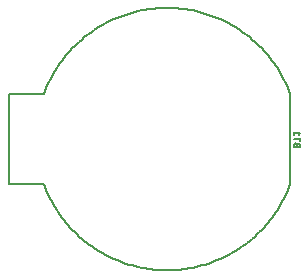
<source format=gbr>
G04 EAGLE Gerber X2 export*
%TF.Part,Single*%
%TF.FileFunction,Legend,Bot,1*%
%TF.FilePolarity,Positive*%
%TF.GenerationSoftware,Autodesk,EAGLE,9.0.1*%
%TF.CreationDate,2018-06-14T16:10:13Z*%
G75*
%MOMM*%
%FSLAX34Y34*%
%LPD*%
%AMOC8*
5,1,8,0,0,1.08239X$1,22.5*%
G01*
%ADD10C,0.203200*%
%ADD11C,0.127000*%


D10*
X557000Y609500D02*
X527200Y609500D01*
X527200Y533500D01*
X557000Y533500D01*
X765800Y533500D02*
X765800Y609500D01*
X764838Y612037D01*
X763814Y614550D01*
X762729Y617036D01*
X761584Y619496D01*
X760379Y621927D01*
X759116Y624328D01*
X757794Y626697D01*
X756414Y629033D01*
X754978Y631335D01*
X753486Y633601D01*
X751939Y635830D01*
X750339Y638021D01*
X748685Y640171D01*
X746980Y642281D01*
X745223Y644349D01*
X743416Y646373D01*
X741561Y648353D01*
X739658Y650286D01*
X737708Y652173D01*
X735713Y654011D01*
X733673Y655800D01*
X731590Y657539D01*
X729466Y659226D01*
X727301Y660862D01*
X725097Y662443D01*
X722854Y663971D01*
X720576Y665443D01*
X718262Y666860D01*
X715914Y668219D01*
X713533Y669521D01*
X711122Y670764D01*
X708681Y671948D01*
X706211Y673072D01*
X703715Y674135D01*
X701194Y675137D01*
X698649Y676078D01*
X696082Y676956D01*
X693494Y677771D01*
X690887Y678522D01*
X688263Y679210D01*
X685622Y679834D01*
X682968Y680392D01*
X680300Y680886D01*
X677621Y681315D01*
X674932Y681678D01*
X672235Y681976D01*
X669532Y682207D01*
X666824Y682373D01*
X664113Y682472D01*
X661400Y682505D01*
X658687Y682472D01*
X655976Y682373D01*
X653268Y682207D01*
X650565Y681976D01*
X647868Y681678D01*
X645179Y681315D01*
X642500Y680886D01*
X639832Y680392D01*
X637178Y679834D01*
X634537Y679210D01*
X631913Y678522D01*
X629306Y677771D01*
X626718Y676956D01*
X624151Y676078D01*
X621606Y675137D01*
X619085Y674135D01*
X616589Y673072D01*
X614119Y671948D01*
X611678Y670764D01*
X609267Y669521D01*
X606886Y668219D01*
X604538Y666860D01*
X602224Y665443D01*
X599946Y663971D01*
X597703Y662443D01*
X595499Y660862D01*
X593334Y659226D01*
X591210Y657539D01*
X589127Y655800D01*
X587087Y654011D01*
X585092Y652173D01*
X583142Y650286D01*
X581239Y648353D01*
X579384Y646373D01*
X577577Y644349D01*
X575820Y642281D01*
X574115Y640171D01*
X572461Y638021D01*
X570861Y635830D01*
X569314Y633601D01*
X567822Y631335D01*
X566386Y629033D01*
X565006Y626697D01*
X563684Y624328D01*
X562421Y621927D01*
X561216Y619496D01*
X560071Y617036D01*
X558986Y614550D01*
X557962Y612037D01*
X557000Y609500D01*
X557000Y533500D02*
X557962Y530963D01*
X558986Y528450D01*
X560071Y525964D01*
X561216Y523504D01*
X562421Y521073D01*
X563684Y518672D01*
X565006Y516303D01*
X566386Y513967D01*
X567822Y511665D01*
X569314Y509399D01*
X570861Y507170D01*
X572461Y504979D01*
X574115Y502829D01*
X575820Y500719D01*
X577577Y498651D01*
X579384Y496627D01*
X581239Y494647D01*
X583142Y492714D01*
X585092Y490827D01*
X587087Y488989D01*
X589127Y487200D01*
X591210Y485461D01*
X593334Y483774D01*
X595499Y482138D01*
X597703Y480557D01*
X599946Y479029D01*
X602224Y477557D01*
X604538Y476140D01*
X606886Y474781D01*
X609267Y473479D01*
X611678Y472236D01*
X614119Y471052D01*
X616589Y469928D01*
X619085Y468865D01*
X621606Y467863D01*
X624151Y466922D01*
X626718Y466044D01*
X629306Y465229D01*
X631913Y464478D01*
X634537Y463790D01*
X637178Y463166D01*
X639832Y462608D01*
X642500Y462114D01*
X645179Y461685D01*
X647868Y461322D01*
X650565Y461024D01*
X653268Y460793D01*
X655976Y460627D01*
X658687Y460528D01*
X661400Y460495D01*
X664113Y460528D01*
X666824Y460627D01*
X669532Y460793D01*
X672235Y461024D01*
X674932Y461322D01*
X677621Y461685D01*
X680300Y462114D01*
X682968Y462608D01*
X685622Y463166D01*
X688263Y463790D01*
X690887Y464478D01*
X693494Y465229D01*
X696082Y466044D01*
X698649Y466922D01*
X701194Y467863D01*
X703715Y468865D01*
X706211Y469928D01*
X708681Y471052D01*
X711122Y472236D01*
X713533Y473479D01*
X715914Y474781D01*
X718262Y476140D01*
X720576Y477557D01*
X722854Y479029D01*
X725097Y480557D01*
X727301Y482138D01*
X729466Y483774D01*
X731590Y485461D01*
X733673Y487200D01*
X735713Y488989D01*
X737708Y490827D01*
X739658Y492714D01*
X741561Y494647D01*
X743416Y496627D01*
X745223Y498651D01*
X746980Y500719D01*
X748685Y502829D01*
X750339Y504979D01*
X751939Y507170D01*
X753486Y509399D01*
X754978Y511665D01*
X756414Y513967D01*
X757794Y516303D01*
X759116Y518672D01*
X760379Y521073D01*
X761584Y523504D01*
X762729Y525964D01*
X763814Y528450D01*
X764838Y530963D01*
X765800Y533500D01*
D11*
X771666Y565204D02*
X771666Y566544D01*
X771667Y566544D02*
X771665Y566615D01*
X771659Y566687D01*
X771650Y566757D01*
X771637Y566827D01*
X771620Y566897D01*
X771599Y566965D01*
X771575Y567032D01*
X771547Y567098D01*
X771516Y567162D01*
X771481Y567225D01*
X771443Y567285D01*
X771402Y567344D01*
X771358Y567400D01*
X771311Y567454D01*
X771262Y567505D01*
X771209Y567553D01*
X771154Y567599D01*
X771097Y567641D01*
X771037Y567681D01*
X770976Y567717D01*
X770912Y567750D01*
X770847Y567779D01*
X770781Y567805D01*
X770713Y567828D01*
X770644Y567847D01*
X770574Y567862D01*
X770504Y567873D01*
X770433Y567881D01*
X770362Y567885D01*
X770290Y567885D01*
X770219Y567881D01*
X770148Y567873D01*
X770078Y567862D01*
X770008Y567847D01*
X769939Y567828D01*
X769871Y567805D01*
X769805Y567779D01*
X769740Y567750D01*
X769676Y567717D01*
X769615Y567681D01*
X769555Y567641D01*
X769498Y567599D01*
X769443Y567553D01*
X769390Y567505D01*
X769341Y567454D01*
X769294Y567400D01*
X769250Y567344D01*
X769209Y567285D01*
X769171Y567225D01*
X769136Y567162D01*
X769105Y567098D01*
X769077Y567032D01*
X769053Y566965D01*
X769032Y566897D01*
X769015Y566827D01*
X769002Y566757D01*
X768993Y566687D01*
X768987Y566615D01*
X768985Y566544D01*
X768985Y565204D01*
X773811Y565204D01*
X773811Y566544D01*
X773809Y566609D01*
X773803Y566673D01*
X773793Y566737D01*
X773780Y566801D01*
X773762Y566863D01*
X773741Y566924D01*
X773717Y566984D01*
X773688Y567042D01*
X773656Y567099D01*
X773621Y567153D01*
X773583Y567205D01*
X773541Y567255D01*
X773497Y567302D01*
X773450Y567346D01*
X773400Y567388D01*
X773348Y567426D01*
X773294Y567461D01*
X773237Y567493D01*
X773179Y567522D01*
X773119Y567546D01*
X773058Y567567D01*
X772996Y567585D01*
X772932Y567598D01*
X772868Y567608D01*
X772804Y567614D01*
X772739Y567616D01*
X772674Y567614D01*
X772610Y567608D01*
X772546Y567598D01*
X772482Y567585D01*
X772420Y567567D01*
X772359Y567546D01*
X772299Y567522D01*
X772241Y567493D01*
X772184Y567461D01*
X772130Y567426D01*
X772078Y567388D01*
X772028Y567346D01*
X771981Y567302D01*
X771937Y567255D01*
X771895Y567205D01*
X771857Y567153D01*
X771822Y567099D01*
X771790Y567042D01*
X771761Y566984D01*
X771737Y566924D01*
X771716Y566863D01*
X771698Y566801D01*
X771685Y566737D01*
X771675Y566673D01*
X771669Y566609D01*
X771667Y566544D01*
X773811Y571335D02*
X768985Y571335D01*
X773811Y569995D02*
X773811Y572676D01*
X772739Y575115D02*
X773811Y576456D01*
X768985Y576456D01*
X768985Y577796D02*
X768985Y575115D01*
M02*

</source>
